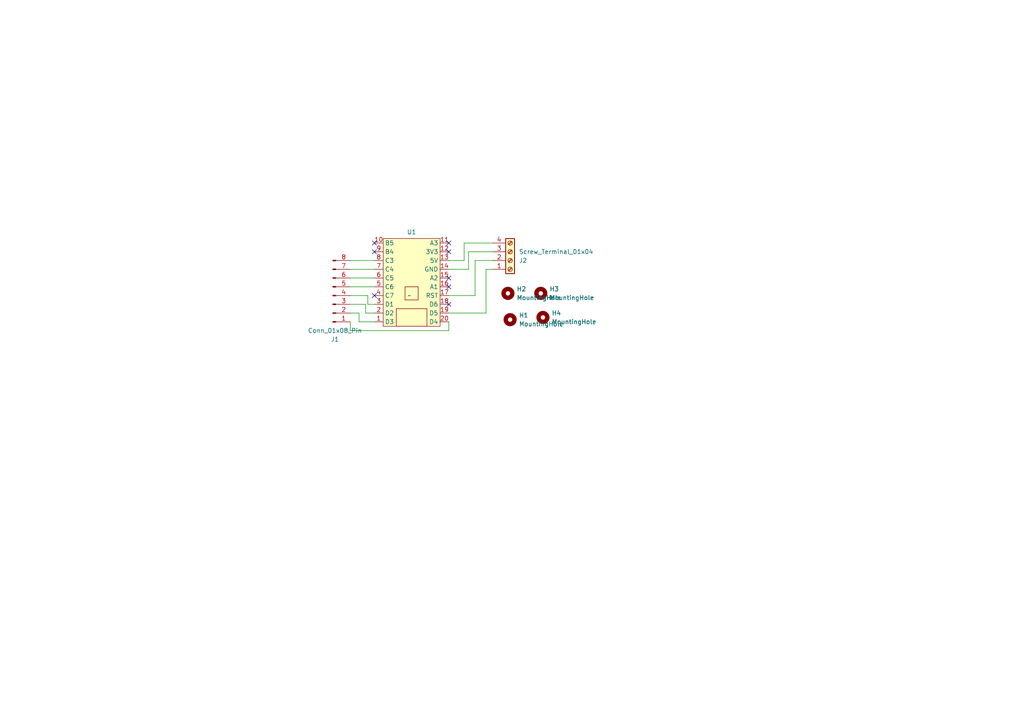
<source format=kicad_sch>
(kicad_sch (version 20230121) (generator eeschema)
  (paper "A4")
  (lib_symbols
    (symbol "Connector:Conn_01x08_Pin" (pin_names (offset 1.016) hide)
      (property "Reference" "J" (at 0 10.16 0))
      (property "Value" "Conn_01x08_Pin" (at 0 -12.7 0))
      (symbol "Conn_01x08_Pin_1_1"
        (polyline (pts (xy 1.27 -10.16) (xy 0.8636 -10.16)) (stroke (width 0.1524)))
        (polyline (pts (xy 1.27 -7.62) (xy 0.8636 -7.62)) (stroke (width 0.1524)))
        (polyline (pts (xy 1.27 -5.08) (xy 0.8636 -5.08)) (stroke (width 0.1524)))
        (polyline (pts (xy 1.27 -2.54) (xy 0.8636 -2.54)) (stroke (width 0.1524)))
        (polyline (pts (xy 1.27 0) (xy 0.8636 0)) (stroke (width 0.1524)))
        (polyline (pts (xy 1.27 2.54) (xy 0.8636 2.54)) (stroke (width 0.1524)))
        (polyline (pts (xy 1.27 5.08) (xy 0.8636 5.08)) (stroke (width 0.1524)))
        (polyline (pts (xy 1.27 7.62) (xy 0.8636 7.62)) (stroke (width 0.1524)))
        (rectangle (start 0.8636 -10.033) (end 0 -10.287) (stroke (width 0.1524)) (fill (type outline)))
        (rectangle (start 0.8636 -7.493) (end 0 -7.747) (stroke (width 0.1524)) (fill (type outline)))
        (rectangle (start 0.8636 -4.953) (end 0 -5.207) (stroke (width 0.1524)) (fill (type outline)))
        (rectangle (start 0.8636 -2.413) (end 0 -2.667) (stroke (width 0.1524)) (fill (type outline)))
        (rectangle (start 0.8636 0.127) (end 0 -0.127) (stroke (width 0.1524)) (fill (type outline)))
        (rectangle (start 0.8636 2.667) (end 0 2.413) (stroke (width 0.1524)) (fill (type outline)))
        (rectangle (start 0.8636 5.207) (end 0 4.953) (stroke (width 0.1524)) (fill (type outline)))
        (rectangle (start 0.8636 7.747) (end 0 7.493) (stroke (width 0.1524)) (fill (type outline)))
        (pin passive line (at 5.08 7.62 180) (length 3.81) (name "Pin_1") (number "1"))
        (pin passive line (at 5.08 5.08 180) (length 3.81) (name "Pin_2") (number "2"))
        (pin passive line (at 5.08 2.54 180) (length 3.81) (name "Pin_3") (number "3"))
        (pin passive line (at 5.08 0 180) (length 3.81) (name "Pin_4") (number "4"))
        (pin passive line (at 5.08 -2.54 180) (length 3.81) (name "Pin_5") (number "5"))
        (pin passive line (at 5.08 -5.08 180) (length 3.81) (name "Pin_6") (number "6"))
        (pin passive line (at 5.08 -7.62 180) (length 3.81) (name "Pin_7") (number "7"))
        (pin passive line (at 5.08 -10.16 180) (length 3.81) (name "Pin_8") (number "8"))
      )
    )
    (symbol "Connector:Screw_Terminal_01x04" (pin_names (offset 1.016) hide)
      (property "Reference" "J" (at 0 5.08 0))
      (property "Value" "Screw_Terminal_01x04" (at 0 -7.62 0))
      (symbol "Screw_Terminal_01x04_1_1"
        (rectangle (start -1.27 3.81) (end 1.27 -6.35) (stroke (width 0.254)) (fill (type background)))
        (circle (center 0 -5.08) (radius 0.635) (stroke (width 0.1524)))
        (circle (center 0 -2.54) (radius 0.635) (stroke (width 0.1524)))
        (polyline (pts (xy -0.5334 -4.7498) (xy 0.3302 -5.588)) (stroke (width 0.1524)))
        (polyline (pts (xy -0.5334 -2.2098) (xy 0.3302 -3.048)) (stroke (width 0.1524)))
        (polyline (pts (xy -0.5334 0.3302) (xy 0.3302 -0.508)) (stroke (width 0.1524)))
        (polyline (pts (xy -0.5334 2.8702) (xy 0.3302 2.032)) (stroke (width 0.1524)))
        (polyline (pts (xy -0.3556 -4.572) (xy 0.508 -5.4102)) (stroke (width 0.1524)))
        (polyline (pts (xy -0.3556 -2.032) (xy 0.508 -2.8702)) (stroke (width 0.1524)))
        (polyline (pts (xy -0.3556 0.508) (xy 0.508 -0.3302)) (stroke (width 0.1524)))
        (polyline (pts (xy -0.3556 3.048) (xy 0.508 2.2098)) (stroke (width 0.1524)))
        (circle (center 0 0) (radius 0.635) (stroke (width 0.1524)))
        (circle (center 0 2.54) (radius 0.635) (stroke (width 0.1524)))
        (pin passive line (at -5.08 2.54 0) (length 3.81) (name "Pin_1") (number "1"))
        (pin passive line (at -5.08 0 0) (length 3.81) (name "Pin_2") (number "2"))
        (pin passive line (at -5.08 -2.54 0) (length 3.81) (name "Pin_3") (number "3"))
        (pin passive line (at -5.08 -5.08 0) (length 3.81) (name "Pin_4") (number "4"))
      )
    )
    (symbol "Mechanical:MountingHole" (pin_names (offset 1.016))
      (property "Reference" "H" (at 0 5.08 0))
      (property "Value" "MountingHole" (at 0 3.175 0))
      (symbol "MountingHole_0_1"
        (circle (center 0 0) (radius 1.27) (stroke (width 1.27)))
      )
    )
    (symbol "ondrovo:stm8-module"
      (property "Reference" "U" (at -6.35 17.78 0))
      (symbol "stm8-module_1_1"
        (rectangle (start -7.62 16.51) (end 8.89 -8.89) (fill (type background)))
        (rectangle (start -3.81 -3.81) (end 5.08 -8.89))
        (rectangle (start -1.27 2.54) (end 2.54 -1.27))
        (pin bidirectional line (at -10.16 -7.62 0) (length 2.54) (name "D3") (number "1"))
        (pin bidirectional line (at -10.16 15.24 0) (length 2.54) (name "B5") (number "10"))
        (pin bidirectional line (at 11.43 15.24 180) (length 2.54) (name "A3") (number "11"))
        (pin bidirectional line (at 11.43 12.7 180) (length 2.54) (name "3V3") (number "12"))
        (pin bidirectional line (at 11.43 10.16 180) (length 2.54) (name "5V") (number "13"))
        (pin bidirectional line (at 11.43 7.62 180) (length 2.54) (name "GND") (number "14"))
        (pin bidirectional line (at 11.43 5.08 180) (length 2.54) (name "A2") (number "15"))
        (pin bidirectional line (at 11.43 2.54 180) (length 2.54) (name "A1") (number "16"))
        (pin bidirectional line (at 11.43 0 180) (length 2.54) (name "RST") (number "17"))
        (pin bidirectional line (at 11.43 -2.54 180) (length 2.54) (name "D6") (number "18"))
        (pin bidirectional line (at 11.43 -5.08 180) (length 2.54) (name "D5") (number "19"))
        (pin bidirectional line (at -10.16 -5.08 0) (length 2.54) (name "D2") (number "2"))
        (pin bidirectional line (at 11.43 -7.62 180) (length 2.54) (name "D4") (number "20"))
        (pin bidirectional line (at -10.16 -2.54 0) (length 2.54) (name "D1") (number "3"))
        (pin bidirectional line (at -10.16 0 0) (length 2.54) (name "C7") (number "4"))
        (pin bidirectional line (at -10.16 2.54 0) (length 2.54) (name "C6") (number "5"))
        (pin bidirectional line (at -10.16 5.08 0) (length 2.54) (name "C5") (number "6"))
        (pin bidirectional line (at -10.16 7.62 0) (length 2.54) (name "C4") (number "7"))
        (pin bidirectional line (at -10.16 10.16 0) (length 2.54) (name "C3") (number "8"))
        (pin bidirectional line (at -10.16 12.7 0) (length 2.54) (name "B4") (number "9"))
      )
    )
  )
  (no_connect (at 108.585 73.025))
  (no_connect (at 130.175 73.025))
  (no_connect (at 130.175 80.645))
  (no_connect (at 108.585 70.485))
  (no_connect (at 130.175 70.485))
  (no_connect (at 108.585 85.725))
  (no_connect (at 130.175 88.265))
  (no_connect (at 130.175 83.185))
  (wire (pts (xy 106.68 85.725) (xy 106.68 88.265)))
  (wire (pts (xy 140.97 78.105) (xy 142.875 78.105)))
  (wire (pts (xy 106.68 88.265) (xy 108.585 88.265)))
  (wire (pts (xy 106.045 88.265) (xy 106.045 90.805)))
  (wire (pts (xy 140.97 90.805) (xy 140.97 78.105)))
  (wire (pts (xy 101.6 75.565) (xy 108.585 75.565)))
  (wire (pts (xy 101.6 88.265) (xy 106.045 88.265)))
  (wire (pts (xy 106.045 90.805) (xy 108.585 90.805)))
  (wire (pts (xy 134.62 75.565) (xy 134.62 70.485)))
  (wire (pts (xy 101.6 80.645) (xy 108.585 80.645)))
  (wire (pts (xy 130.175 75.565) (xy 134.62 75.565)))
  (wire (pts (xy 137.795 75.565) (xy 142.875 75.565)))
  (wire (pts (xy 101.6 85.725) (xy 106.68 85.725)))
  (wire (pts (xy 134.62 70.485) (xy 142.875 70.485)))
  (wire (pts (xy 101.6 90.805) (xy 104.14 90.805)))
  (wire (pts (xy 137.795 85.725) (xy 137.795 75.565)))
  (wire (pts (xy 130.175 85.725) (xy 137.795 85.725)))
  (wire (pts (xy 104.14 93.345) (xy 108.585 93.345)))
  (wire (pts (xy 101.6 95.885) (xy 130.175 95.885)))
  (wire (pts (xy 104.14 90.805) (xy 104.14 93.345)))
  (wire (pts (xy 130.175 90.805) (xy 140.97 90.805)))
  (wire (pts (xy 135.89 73.025) (xy 142.875 73.025)))
  (wire (pts (xy 135.89 78.105) (xy 135.89 73.025)))
  (wire (pts (xy 130.175 93.345) (xy 130.175 95.885)))
  (wire (pts (xy 101.6 83.185) (xy 108.585 83.185)))
  (wire (pts (xy 101.6 93.345) (xy 101.6 95.885)))
  (wire (pts (xy 130.175 78.105) (xy 135.89 78.105)))
  (wire (pts (xy 101.6 78.105) (xy 108.585 78.105)))
  (symbol (lib_id "Mechanical:MountingHole") (at 157.48 92.075 0) (unit 1)
    (property "Reference" "H4" (at 160.02 90.805 0) (effects (justify left)))
    (property "Value" "MountingHole" (at 160.02 93.345 0) (effects (justify left)))
    (property "Footprint" "MountingHole:MountingHole_3.5mm" (effects hide))
  )
  (symbol (lib_id "Connector:Screw_Terminal_01x04") (at 147.955 75.565 0) (mirror x) (unit 1)
    (property "Reference" "J2" (at 150.495 75.565 0) (effects (justify left)))
    (property "Value" "Screw_Terminal_01x04" (at 150.495 73.025 0) (effects (justify left)))
    (property "Footprint" "ondrovo:TerminalBlock_DG350-3.5_4" (effects hide))
  )
  (symbol (lib_id "Mechanical:MountingHole") (at 147.955 92.71 0) (unit 1)
    (property "Reference" "H1" (at 150.495 91.44 0) (effects (justify left)))
    (property "Value" "MountingHole" (at 150.495 93.98 0) (effects (justify left)))
    (property "Footprint" "MountingHole:MountingHole_3.5mm" (effects hide))
  )
  (symbol (lib_id "ondrovo:stm8-module") (at 118.745 85.725 0) (unit 1)
    (property "Reference" "U1" (at 119.38 67.31 0))
    (property "Value" "~" (at 118.745 85.725 0))
    (property "Footprint" "ondrovo:STM8-MODULE" (effects hide))
  )
  (symbol (lib_id "Mechanical:MountingHole") (at 156.845 85.09 0) (unit 1)
    (property "Reference" "H3" (at 159.385 83.82 0) (effects (justify left)))
    (property "Value" "MountingHole" (at 159.385 86.36 0) (effects (justify left)))
    (property "Footprint" "MountingHole:MountingHole_3.5mm" (effects hide))
  )
  (symbol (lib_id "Mechanical:MountingHole") (at 147.32 85.09 0) (unit 1)
    (property "Reference" "H2" (at 149.86 83.82 0) (effects (justify left)))
    (property "Value" "MountingHole" (at 149.86 86.36 0) (effects (justify left)))
    (property "Footprint" "MountingHole:MountingHole_3.5mm" (effects hide))
  )
  (symbol (lib_id "Connector:Conn_01x08_Pin") (at 96.52 85.725 0) (mirror x) (unit 1)
    (property "Reference" "J1" (at 97.155 98.425 0))
    (property "Value" "Conn_01x08_Pin" (at 97.155 95.885 0))
    (property "Footprint" "Connector_PinHeader_2.54mm:PinHeader_1x08_P2.54mm_Horizontal" (effects hide))
  )
)
</source>
